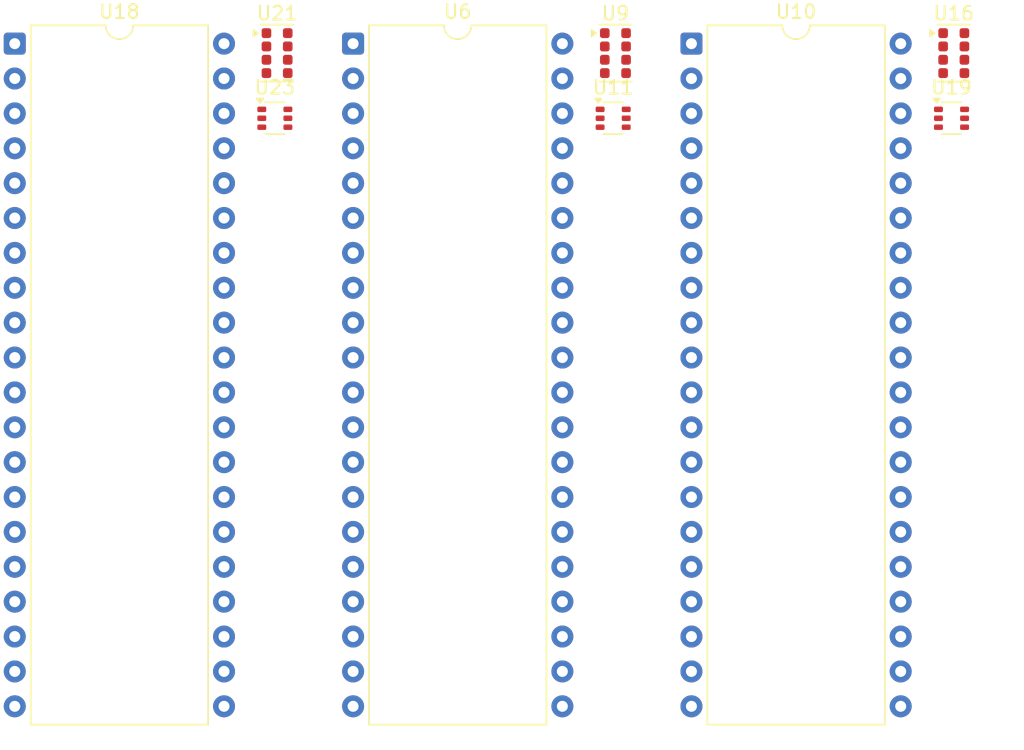
<source format=kicad_pcb>
(kicad_pcb (version 20241229) (generator "pcbnew") (generator_version "9.0")
  (layers (0 "F.Cu" signal) (2 "B.Cu" signal) (13 "F.Paste" user) (15 "B.Paste" user) (5 "F.SilkS" user "F.Silkscreen") (7 "B.SilkS" user "B.Silkscreen") (1 "F.Mask" user) (3 "B.Mask" user) (25 "Edge.Cuts" user))
  (net 0 "")
  (net 7 "Net-(U12-A2,A1,A0)")
  (net 8 "Net-(U3-VOUT3)")
  (net 15 "Net-(U11--IN)")
  (net 31 "Net-(U6-GND)")
  (net 36 "Net-(U3-VIN3)")
  (net 44 "Net-(Q2-S)")
  (net 48 "Net-(U11-Vs)")
  (net 53 "Net-(U10-D0)")
  (net 71 "Net-(U10-GND)")
  (net 73 "Net-(U10-A7)")
  (net 78 "Net-(U10-ϕ1)")
  (net 80 "Net-(U10-ϕ2)")
  (net 97 "Net-(BT1--)")
  (net 99 "Net-(U16-GND)")
  (net 112 "Net-(U18-D0)")
  (net 125 "Net-(U18-A7)")
  (net 127 "Net-(U15-VOUT3)")
  (net 132 "Net-(U18-GND)")
  (net 136 "Net-(U15-VIN3)")
  (net 149 "Net-(U21-GND)")
  (net 152 "Net-(BT2--)")
  (footprint "Package_DIP:DIP-40_W15.24mm" (layer "F.Cu") (at 171.76 56.24)
    (property "Reference" "U10" (at 7.62 -2.33 0) (layer "F.SilkS"))
    (property "Value" "8080")
    (fp_line (start 1.16 -1.33) (end 1.16 49.59) (stroke (width 0.12)) (layer "F.SilkS"))
    (fp_line (start 1.16 49.59) (end 14.08 49.59) (stroke (width 0.12)) (layer "F.SilkS"))
    (fp_line (start 6.62 -1.33) (end 1.16 -1.33) (stroke (width 0.12)) (layer "F.SilkS"))
    (fp_line (start 14.08 -1.33) (end 8.62 -1.33) (stroke (width 0.12)) (layer "F.SilkS"))
    (fp_line (start 14.08 49.59) (end 14.08 -1.33) (stroke (width 0.12)) (layer "F.SilkS"))
    (fp_arc (start 8.62 -1.33) (mid 7.62 -0.33) (end 6.62 -1.33) (stroke (width 0.12)) (layer "F.SilkS"))
    (pad "1" thru_hole roundrect (at 0 0) (size 1.6 1.6) (drill 0.8) (layers "*.Cu" "*.Mask") (roundrect_rratio 0.15625))
    (pad "2" thru_hole circle (at 0 2.54) (size 1.6 1.6) (drill 0.8) (layers "*.Cu" "*.Mask") (net 71 "Net-(U10-GND)"))
    (pad "3" thru_hole circle (at 0 5.08) (size 1.6 1.6) (drill 0.8) (layers "*.Cu" "*.Mask"))
    (pad "4" thru_hole circle (at 0 7.62) (size 1.6 1.6) (drill 0.8) (layers "*.Cu" "*.Mask"))
    (pad "5" thru_hole circle (at 0 10.16) (size 1.6 1.6) (drill 0.8) (layers "*.Cu" "*.Mask"))
    (pad "6" thru_hole circle (at 0 12.7) (size 1.6 1.6) (drill 0.8) (layers "*.Cu" "*.Mask"))
    (pad "7" thru_hole circle (at 0 15.24) (size 1.6 1.6) (drill 0.8) (layers "*.Cu" "*.Mask"))
    (pad "8" thru_hole circle (at 0 17.78) (size 1.6 1.6) (drill 0.8) (layers "*.Cu" "*.Mask"))
    (pad "9" thru_hole circle (at 0 20.32) (size 1.6 1.6) (drill 0.8) (layers "*.Cu" "*.Mask"))
    (pad "10" thru_hole circle (at 0 22.86) (size 1.6 1.6) (drill 0.8) (layers "*.Cu" "*.Mask") (net 53 "Net-(U10-D0)"))
    (pad "11" thru_hole circle (at 0 25.4) (size 1.6 1.6) (drill 0.8) (layers "*.Cu" "*.Mask"))
    (pad "12" thru_hole circle (at 0 27.94) (size 1.6 1.6) (drill 0.8) (layers "*.Cu" "*.Mask"))
    (pad "13" thru_hole circle (at 0 30.48) (size 1.6 1.6) (drill 0.8) (layers "*.Cu" "*.Mask"))
    (pad "14" thru_hole circle (at 0 33.02) (size 1.6 1.6) (drill 0.8) (layers "*.Cu" "*.Mask"))
    (pad "15" thru_hole circle (at 0 35.56) (size 1.6 1.6) (drill 0.8) (layers "*.Cu" "*.Mask") (net 80 "Net-(U10-ϕ2)"))
    (pad "16" thru_hole circle (at 0 38.1) (size 1.6 1.6) (drill 0.8) (layers "*.Cu" "*.Mask"))
    (pad "17" thru_hole circle (at 0 40.64) (size 1.6 1.6) (drill 0.8) (layers "*.Cu" "*.Mask"))
    (pad "18" thru_hole circle (at 0 43.18) (size 1.6 1.6) (drill 0.8) (layers "*.Cu" "*.Mask"))
    (pad "19" thru_hole circle (at 0 45.72) (size 1.6 1.6) (drill 0.8) (layers "*.Cu" "*.Mask"))
    (pad "20" thru_hole circle (at 0 48.26) (size 1.6 1.6) (drill 0.8) (layers "*.Cu" "*.Mask"))
    (pad "21" thru_hole circle (at 15.24 48.26) (size 1.6 1.6) (drill 0.8) (layers "*.Cu" "*.Mask"))
    (pad "22" thru_hole circle (at 15.24 45.72) (size 1.6 1.6) (drill 0.8) (layers "*.Cu" "*.Mask") (net 78 "Net-(U10-ϕ1)"))
    (pad "23" thru_hole circle (at 15.24 43.18) (size 1.6 1.6) (drill 0.8) (layers "*.Cu" "*.Mask"))
    (pad "24" thru_hole circle (at 15.24 40.64) (size 1.6 1.6) (drill 0.8) (layers "*.Cu" "*.Mask"))
    (pad "25" thru_hole circle (at 15.24 38.1) (size 1.6 1.6) (drill 0.8) (layers "*.Cu" "*.Mask"))
    (pad "26" thru_hole circle (at 15.24 35.56) (size 1.6 1.6) (drill 0.8) (layers "*.Cu" "*.Mask"))
    (pad "27" thru_hole circle (at 15.24 33.02) (size 1.6 1.6) (drill 0.8) (layers "*.Cu" "*.Mask"))
    (pad "28" thru_hole circle (at 15.24 30.48) (size 1.6 1.6) (drill 0.8) (layers "*.Cu" "*.Mask"))
    (pad "29" thru_hole circle (at 15.24 27.94) (size 1.6 1.6) (drill 0.8) (layers "*.Cu" "*.Mask"))
    (pad "30" thru_hole circle (at 15.24 25.4) (size 1.6 1.6) (drill 0.8) (layers "*.Cu" "*.Mask"))
    (pad "31" thru_hole circle (at 15.24 22.86) (size 1.6 1.6) (drill 0.8) (layers "*.Cu" "*.Mask"))
    (pad "32" thru_hole circle (at 15.24 20.32) (size 1.6 1.6) (drill 0.8) (layers "*.Cu" "*.Mask"))
    (pad "33" thru_hole circle (at 15.24 17.78) (size 1.6 1.6) (drill 0.8) (layers "*.Cu" "*.Mask") (net 73 "Net-(U10-A7)"))
    (pad "34" thru_hole circle (at 15.24 15.24) (size 1.6 1.6) (drill 0.8) (layers "*.Cu" "*.Mask"))
    (pad "35" thru_hole circle (at 15.24 12.7) (size 1.6 1.6) (drill 0.8) (layers "*.Cu" "*.Mask"))
    (pad "36" thru_hole circle (at 15.24 10.16) (size 1.6 1.6) (drill 0.8) (layers "*.Cu" "*.Mask"))
    (pad "37" thru_hole circle (at 15.24 7.62) (size 1.6 1.6) (drill 0.8) (layers "*.Cu" "*.Mask"))
    (pad "38" thru_hole circle (at 15.24 5.08) (size 1.6 1.6) (drill 0.8) (layers "*.Cu" "*.Mask"))
    (pad "39" thru_hole circle (at 15.24 2.54) (size 1.6 1.6) (drill 0.8) (layers "*.Cu" "*.Mask"))
    (pad "40" thru_hole circle (at 15.24 0) (size 1.6 1.6) (drill 0.8) (layers "*.Cu" "*.Mask"))
  )
  (footprint "Package_DIP:DIP-40_W15.24mm" (layer "F.Cu") (at 122.48 56.24)
    (property "Reference" "U18" (at 7.62 -2.33 0) (layer "F.SilkS"))
    (property "Value" "8080")
    (fp_line (start 1.16 -1.33) (end 1.16 49.59) (stroke (width 0.12)) (layer "F.SilkS"))
    (fp_line (start 1.16 49.59) (end 14.08 49.59) (stroke (width 0.12)) (layer "F.SilkS"))
    (fp_line (start 6.62 -1.33) (end 1.16 -1.33) (stroke (width 0.12)) (layer "F.SilkS"))
    (fp_line (start 14.08 -1.33) (end 8.62 -1.33) (stroke (width 0.12)) (layer "F.SilkS"))
    (fp_line (start 14.08 49.59) (end 14.08 -1.33) (stroke (width 0.12)) (layer "F.SilkS"))
    (fp_arc (start 8.62 -1.33) (mid 7.62 -0.33) (end 6.62 -1.33) (stroke (width 0.12)) (layer "F.SilkS"))
    (pad "1" thru_hole roundrect (at 0 0) (size 1.6 1.6) (drill 0.8) (layers "*.Cu" "*.Mask") (roundrect_rratio 0.15625))
    (pad "2" thru_hole circle (at 0 2.54) (size 1.6 1.6) (drill 0.8) (layers "*.Cu" "*.Mask") (net 132 "Net-(U18-GND)"))
    (pad "3" thru_hole circle (at 0 5.08) (size 1.6 1.6) (drill 0.8) (layers "*.Cu" "*.Mask"))
    (pad "4" thru_hole circle (at 0 7.62) (size 1.6 1.6) (drill 0.8) (layers "*.Cu" "*.Mask"))
    (pad "5" thru_hole circle (at 0 10.16) (size 1.6 1.6) (drill 0.8) (layers "*.Cu" "*.Mask"))
    (pad "6" thru_hole circle (at 0 12.7) (size 1.6 1.6) (drill 0.8) (layers "*.Cu" "*.Mask"))
    (pad "7" thru_hole circle (at 0 15.24) (size 1.6 1.6) (drill 0.8) (layers "*.Cu" "*.Mask"))
    (pad "8" thru_hole circle (at 0 17.78) (size 1.6 1.6) (drill 0.8) (layers "*.Cu" "*.Mask"))
    (pad "9" thru_hole circle (at 0 20.32) (size 1.6 1.6) (drill 0.8) (layers "*.Cu" "*.Mask"))
    (pad "10" thru_hole circle (at 0 22.86) (size 1.6 1.6) (drill 0.8) (layers "*.Cu" "*.Mask") (net 112 "Net-(U18-D0)"))
    (pad "11" thru_hole circle (at 0 25.4) (size 1.6 1.6) (drill 0.8) (layers "*.Cu" "*.Mask"))
    (pad "12" thru_hole circle (at 0 27.94) (size 1.6 1.6) (drill 0.8) (layers "*.Cu" "*.Mask"))
    (pad "13" thru_hole circle (at 0 30.48) (size 1.6 1.6) (drill 0.8) (layers "*.Cu" "*.Mask"))
    (pad "14" thru_hole circle (at 0 33.02) (size 1.6 1.6) (drill 0.8) (layers "*.Cu" "*.Mask"))
    (pad "15" thru_hole circle (at 0 35.56) (size 1.6 1.6) (drill 0.8) (layers "*.Cu" "*.Mask") (net 136 "Net-(U15-VIN3)"))
    (pad "16" thru_hole circle (at 0 38.1) (size 1.6 1.6) (drill 0.8) (layers "*.Cu" "*.Mask"))
    (pad "17" thru_hole circle (at 0 40.64) (size 1.6 1.6) (drill 0.8) (layers "*.Cu" "*.Mask"))
    (pad "18" thru_hole circle (at 0 43.18) (size 1.6 1.6) (drill 0.8) (layers "*.Cu" "*.Mask"))
    (pad "19" thru_hole circle (at 0 45.72) (size 1.6 1.6) (drill 0.8) (layers "*.Cu" "*.Mask"))
    (pad "20" thru_hole circle (at 0 48.26) (size 1.6 1.6) (drill 0.8) (layers "*.Cu" "*.Mask"))
    (pad "21" thru_hole circle (at 15.24 48.26) (size 1.6 1.6) (drill 0.8) (layers "*.Cu" "*.Mask"))
    (pad "22" thru_hole circle (at 15.24 45.72) (size 1.6 1.6) (drill 0.8) (layers "*.Cu" "*.Mask") (net 127 "Net-(U15-VOUT3)"))
    (pad "23" thru_hole circle (at 15.24 43.18) (size 1.6 1.6) (drill 0.8) (layers "*.Cu" "*.Mask"))
    (pad "24" thru_hole circle (at 15.24 40.64) (size 1.6 1.6) (drill 0.8) (layers "*.Cu" "*.Mask"))
    (pad "25" thru_hole circle (at 15.24 38.1) (size 1.6 1.6) (drill 0.8) (layers "*.Cu" "*.Mask"))
    (pad "26" thru_hole circle (at 15.24 35.56) (size 1.6 1.6) (drill 0.8) (layers "*.Cu" "*.Mask"))
    (pad "27" thru_hole circle (at 15.24 33.02) (size 1.6 1.6) (drill 0.8) (layers "*.Cu" "*.Mask"))
    (pad "28" thru_hole circle (at 15.24 30.48) (size 1.6 1.6) (drill 0.8) (layers "*.Cu" "*.Mask"))
    (pad "29" thru_hole circle (at 15.24 27.94) (size 1.6 1.6) (drill 0.8) (layers "*.Cu" "*.Mask"))
    (pad "30" thru_hole circle (at 15.24 25.4) (size 1.6 1.6) (drill 0.8) (layers "*.Cu" "*.Mask"))
    (pad "31" thru_hole circle (at 15.24 22.86) (size 1.6 1.6) (drill 0.8) (layers "*.Cu" "*.Mask"))
    (pad "32" thru_hole circle (at 15.24 20.32) (size 1.6 1.6) (drill 0.8) (layers "*.Cu" "*.Mask"))
    (pad "33" thru_hole circle (at 15.24 17.78) (size 1.6 1.6) (drill 0.8) (layers "*.Cu" "*.Mask") (net 125 "Net-(U18-A7)"))
    (pad "34" thru_hole circle (at 15.24 15.24) (size 1.6 1.6) (drill 0.8) (layers "*.Cu" "*.Mask"))
    (pad "35" thru_hole circle (at 15.24 12.7) (size 1.6 1.6) (drill 0.8) (layers "*.Cu" "*.Mask"))
    (pad "36" thru_hole circle (at 15.24 10.16) (size 1.6 1.6) (drill 0.8) (layers "*.Cu" "*.Mask"))
    (pad "37" thru_hole circle (at 15.24 7.62) (size 1.6 1.6) (drill 0.8) (layers "*.Cu" "*.Mask"))
    (pad "38" thru_hole circle (at 15.24 5.08) (size 1.6 1.6) (drill 0.8) (layers "*.Cu" "*.Mask"))
    (pad "39" thru_hole circle (at 15.24 2.54) (size 1.6 1.6) (drill 0.8) (layers "*.Cu" "*.Mask"))
    (pad "40" thru_hole circle (at 15.24 0) (size 1.6 1.6) (drill 0.8) (layers "*.Cu" "*.Mask"))
  )
  (footprint "Sensor:Rohm_RPR-0521RS" (layer "F.Cu") (at 166.225 56.93)
    (property "Reference" "U9" (at 0 -2.9 0) (layer "F.SilkS"))
    (property "Value" "RPR-0521RS")
    (fp_line (start -1.18 -2.075) (end 1.18 -2.075) (stroke (width 0.12)) (layer "F.SilkS"))
    (fp_line (start -1.18 2.075) (end 1.18 2.075) (stroke (width 0.12)) (layer "F.SilkS"))
    (fp_poly (pts (xy -1.4 -1.45) (xy -1.73 -1.21) (xy -1.73 -1.69) (xy -1.4 -1.45)) (stroke (width 0.12)) (fill yes) (layer "F.SilkS"))
    (pad "1" smd roundrect (at -0.775 -1.455 270) (size 0.72 0.7) (layers "F.Cu" "F.Mask" "F.Paste") (net 44 "Net-(Q2-S)"))
    (pad "2" smd roundrect (at -0.775 -0.485 270) (size 0.72 0.7) (layers "F.Cu" "F.Mask" "F.Paste"))
    (pad "3" smd roundrect (at -0.775 0.485 270) (size 0.72 0.7) (layers "F.Cu" "F.Mask" "F.Paste") (net 48 "Net-(U11-Vs)"))
    (pad "4" smd roundrect (at -0.775 1.455 270) (size 0.72 0.7) (layers "F.Cu" "F.Mask" "F.Paste"))
    (pad "5" smd roundrect (at 0.775 1.455 270) (size 0.72 0.7) (layers "F.Cu" "F.Mask" "F.Paste"))
    (pad "6" smd roundrect (at 0.775 0.485 270) (size 0.72 0.7) (layers "F.Cu" "F.Mask" "F.Paste"))
    (pad "7" smd roundrect (at 0.775 -0.485 270) (size 0.72 0.7) (layers "F.Cu" "F.Mask" "F.Paste"))
    (pad "8" smd roundrect (at 0.775 -1.455 270) (size 0.72 0.7) (layers "F.Cu" "F.Mask" "F.Paste"))
  )
  (footprint "Package_TO_SOT_SMD:SOT-363_SC-70-6" (layer "F.Cu") (at 190.7 61.675)
    (property "Reference" "U19" (at 0 -2.25 0) (layer "F.SilkS"))
    (property "Value" "NCS210")
    (fp_line (start -0.71 -1.16) (end 0.7 -1.16) (stroke (width 0.12)) (layer "F.SilkS"))
    (fp_line (start -0.7 1.16) (end 0.7 1.16) (stroke (width 0.12)) (layer "F.SilkS"))
    (fp_poly (pts (xy -1.08 -1.11) (xy -1.32 -1.44) (xy -0.84 -1.44) (xy -1.08 -1.11)) (stroke (width 0.12)) (fill yes) (layer "F.SilkS"))
    (pad "1" smd roundrect (at -0.95 -0.65) (size 0.65 0.4) (layers "F.Cu" "F.Mask" "F.Paste"))
    (pad "2" smd roundrect (at -0.95 0) (size 0.65 0.4) (layers "F.Cu" "F.Mask" "F.Paste"))
    (pad "3" smd roundrect (at -0.95 0.65) (size 0.65 0.4) (layers "F.Cu" "F.Mask" "F.Paste") (net 99 "Net-(U16-GND)"))
    (pad "4" smd roundrect (at 0.95 0.65) (size 0.65 0.4) (layers "F.Cu" "F.Mask" "F.Paste"))
    (pad "5" smd roundrect (at 0.95 0) (size 0.65 0.4) (layers "F.Cu" "F.Mask" "F.Paste") (net 73 "Net-(U10-A7)"))
    (pad "6" smd roundrect (at 0.95 -0.65) (size 0.65 0.4) (layers "F.Cu" "F.Mask" "F.Paste"))
  )
  (footprint "Package_DIP:DIP-40_W15.24mm" (layer "F.Cu") (at 147.12 56.24)
    (property "Reference" "U6" (at 7.62 -2.33 0) (layer "F.SilkS"))
    (property "Value" "8080")
    (fp_line (start 1.16 -1.33) (end 1.16 49.59) (stroke (width 0.12)) (layer "F.SilkS"))
    (fp_line (start 1.16 49.59) (end 14.08 49.59) (stroke (width 0.12)) (layer "F.SilkS"))
    (fp_line (start 6.62 -1.33) (end 1.16 -1.33) (stroke (width 0.12)) (layer "F.SilkS"))
    (fp_line (start 14.08 -1.33) (end 8.62 -1.33) (stroke (width 0.12)) (layer "F.SilkS"))
    (fp_line (start 14.08 49.59) (end 14.08 -1.33) (stroke (width 0.12)) (layer "F.SilkS"))
    (fp_arc (start 8.62 -1.33) (mid 7.62 -0.33) (end 6.62 -1.33) (stroke (width 0.12)) (layer "F.SilkS"))
    (pad "1" thru_hole roundrect (at 0 0) (size 1.6 1.6) (drill 0.8) (layers "*.Cu" "*.Mask") (roundrect_rratio 0.15625))
    (pad "2" thru_hole circle (at 0 2.54) (size 1.6 1.6) (drill 0.8) (layers "*.Cu" "*.Mask") (net 31 "Net-(U6-GND)"))
    (pad "3" thru_hole circle (at 0 5.08) (size 1.6 1.6) (drill 0.8) (layers "*.Cu" "*.Mask"))
    (pad "4" thru_hole circle (at 0 7.62) (size 1.6 1.6) (drill 0.8) (layers "*.Cu" "*.Mask"))
    (pad "5" thru_hole circle (at 0 10.16) (size 1.6 1.6) (drill 0.8) (layers "*.Cu" "*.Mask"))
    (pad "6" thru_hole circle (at 0 12.7) (size 1.6 1.6) (drill 0.8) (layers "*.Cu" "*.Mask"))
    (pad "7" thru_hole circle (at 0 15.24) (size 1.6 1.6) (drill 0.8) (layers "*.Cu" "*.Mask"))
    (pad "8" thru_hole circle (at 0 17.78) (size 1.6 1.6) (drill 0.8) (layers "*.Cu" "*.Mask"))
    (pad "9" thru_hole circle (at 0 20.32) (size 1.6 1.6) (drill 0.8) (layers "*.Cu" "*.Mask"))
    (pad "10" thru_hole circle (at 0 22.86) (size 1.6 1.6) (drill 0.8) (layers "*.Cu" "*.Mask") (net 7 "Net-(U12-A2,A1,A0)"))
    (pad "11" thru_hole circle (at 0 25.4) (size 1.6 1.6) (drill 0.8) (layers "*.Cu" "*.Mask"))
    (pad "12" thru_hole circle (at 0 27.94) (size 1.6 1.6) (drill 0.8) (layers "*.Cu" "*.Mask"))
    (pad "13" thru_hole circle (at 0 30.48) (size 1.6 1.6) (drill 0.8) (layers "*.Cu" "*.Mask"))
    (pad "14" thru_hole circle (at 0 33.02) (size 1.6 1.6) (drill 0.8) (layers "*.Cu" "*.Mask"))
    (pad "15" thru_hole circle (at 0 35.56) (size 1.6 1.6) (drill 0.8) (layers "*.Cu" "*.Mask") (net 36 "Net-(U3-VIN3)"))
    (pad "16" thru_hole circle (at 0 38.1) (size 1.6 1.6) (drill 0.8) (layers "*.Cu" "*.Mask"))
    (pad "17" thru_hole circle (at 0 40.64) (size 1.6 1.6) (drill 0.8) (layers "*.Cu" "*.Mask"))
    (pad "18" thru_hole circle (at 0 43.18) (size 1.6 1.6) (drill 0.8) (layers "*.Cu" "*.Mask"))
    (pad "19" thru_hole circle (at 0 45.72) (size 1.6 1.6) (drill 0.8) (layers "*.Cu" "*.Mask"))
    (pad "20" thru_hole circle (at 0 48.26) (size 1.6 1.6) (drill 0.8) (layers "*.Cu" "*.Mask"))
    (pad "21" thru_hole circle (at 15.24 48.26) (size 1.6 1.6) (drill 0.8) (layers "*.Cu" "*.Mask"))
    (pad "22" thru_hole circle (at 15.24 45.72) (size 1.6 1.6) (drill 0.8) (layers "*.Cu" "*.Mask") (net 8 "Net-(U3-VOUT3)"))
    (pad "23" thru_hole circle (at 15.24 43.18) (size 1.6 1.6) (drill 0.8) (layers "*.Cu" "*.Mask"))
    (pad "24" thru_hole circle (at 15.24 40.64) (size 1.6 1.6) (drill 0.8) (layers "*.Cu" "*.Mask"))
    (pad "25" thru_hole circle (at 15.24 38.1) (size 1.6 1.6) (drill 0.8) (layers "*.Cu" "*.Mask"))
    (pad "26" thru_hole circle (at 15.24 35.56) (size 1.6 1.6) (drill 0.8) (layers "*.Cu" "*.Mask"))
    (pad "27" thru_hole circle (at 15.24 33.02) (size 1.6 1.6) (drill 0.8) (layers "*.Cu" "*.Mask"))
    (pad "28" thru_hole circle (at 15.24 30.48) (size 1.6 1.6) (drill 0.8) (layers "*.Cu" "*.Mask"))
    (pad "29" thru_hole circle (at 15.24 27.94) (size 1.6 1.6) (drill 0.8) (layers "*.Cu" "*.Mask"))
    (pad "30" thru_hole circle (at 15.24 25.4) (size 1.6 1.6) (drill 0.8) (layers "*.Cu" "*.Mask"))
    (pad "31" thru_hole circle (at 15.24 22.86) (size 1.6 1.6) (drill 0.8) (layers "*.Cu" "*.Mask"))
    (pad "32" thru_hole circle (at 15.24 20.32) (size 1.6 1.6) (drill 0.8) (layers "*.Cu" "*.Mask"))
    (pad "33" thru_hole circle (at 15.24 17.78) (size 1.6 1.6) (drill 0.8) (layers "*.Cu" "*.Mask") (net 15 "Net-(U11--IN)"))
    (pad "34" thru_hole circle (at 15.24 15.24) (size 1.6 1.6) (drill 0.8) (layers "*.Cu" "*.Mask"))
    (pad "35" thru_hole circle (at 15.24 12.7) (size 1.6 1.6) (drill 0.8) (layers "*.Cu" "*.Mask"))
    (pad "36" thru_hole circle (at 15.24 10.16) (size 1.6 1.6) (drill 0.8) (layers "*.Cu" "*.Mask"))
    (pad "37" thru_hole circle (at 15.24 7.62) (size 1.6 1.6) (drill 0.8) (layers "*.Cu" "*.Mask"))
    (pad "38" thru_hole circle (at 15.24 5.08) (size 1.6 1.6) (drill 0.8) (layers "*.Cu" "*.Mask"))
    (pad "39" thru_hole circle (at 15.24 2.54) (size 1.6 1.6) (drill 0.8) (layers "*.Cu" "*.Mask"))
    (pad "40" thru_hole circle (at 15.24 0) (size 1.6 1.6) (drill 0.8) (layers "*.Cu" "*.Mask"))
  )
  (footprint "Sensor:Rohm_RPR-0521RS" (layer "F.Cu") (at 141.585 56.93)
    (property "Reference" "U21" (at 0 -2.9 0) (layer "F.SilkS"))
    (property "Value" "RPR-0521RS")
    (fp_line (start -1.18 -2.075) (end 1.18 -2.075) (stroke (width 0.12)) (layer "F.SilkS"))
    (fp_line (start -1.18 2.075) (end 1.18 2.075) (stroke (width 0.12)) (layer "F.SilkS"))
    (fp_poly (pts (xy -1.4 -1.45) (xy -1.73 -1.21) (xy -1.73 -1.69) (xy -1.4 -1.45)) (stroke (width 0.12)) (fill yes) (layer "F.SilkS"))
    (pad "1" smd roundrect (at -0.775 -1.455 270) (size 0.72 0.7) (layers "F.Cu" "F.Mask" "F.Paste") (net 152 "Net-(BT2--)"))
    (pad "2" smd roundrect (at -0.775 -0.485 270) (size 0.72 0.7) (layers "F.Cu" "F.Mask" "F.Paste"))
    (pad "3" smd roundrect (at -0.775 0.485 270) (size 0.72 0.7) (layers "F.Cu" "F.Mask" "F.Paste") (net 149 "Net-(U21-GND)"))
    (pad "4" smd roundrect (at -0.775 1.455 270) (size 0.72 0.7) (layers "F.Cu" "F.Mask" "F.Paste"))
    (pad "5" smd roundrect (at 0.775 1.455 270) (size 0.72 0.7) (layers "F.Cu" "F.Mask" "F.Paste"))
    (pad "6" smd roundrect (at 0.775 0.485 270) (size 0.72 0.7) (layers "F.Cu" "F.Mask" "F.Paste"))
    (pad "7" smd roundrect (at 0.775 -0.485 270) (size 0.72 0.7) (layers "F.Cu" "F.Mask" "F.Paste"))
    (pad "8" smd roundrect (at 0.775 -1.455 270) (size 0.72 0.7) (layers "F.Cu" "F.Mask" "F.Paste"))
  )
  (footprint "Sensor:Rohm_RPR-0521RS" (layer "F.Cu") (at 190.865 56.93)
    (property "Reference" "U16" (at 0 -2.9 0) (layer "F.SilkS"))
    (property "Value" "RPR-0521RS")
    (fp_line (start -1.18 -2.075) (end 1.18 -2.075) (stroke (width 0.12)) (layer "F.SilkS"))
    (fp_line (start -1.18 2.075) (end 1.18 2.075) (stroke (width 0.12)) (layer "F.SilkS"))
    (fp_poly (pts (xy -1.4 -1.45) (xy -1.73 -1.21) (xy -1.73 -1.69) (xy -1.4 -1.45)) (stroke (width 0.12)) (fill yes) (layer "F.SilkS"))
    (pad "1" smd roundrect (at -0.775 -1.455 270) (size 0.72 0.7) (layers "F.Cu" "F.Mask" "F.Paste") (net 97 "Net-(BT1--)"))
    (pad "2" smd roundrect (at -0.775 -0.485 270) (size 0.72 0.7) (layers "F.Cu" "F.Mask" "F.Paste"))
    (pad "3" smd roundrect (at -0.775 0.485 270) (size 0.72 0.7) (layers "F.Cu" "F.Mask" "F.Paste") (net 99 "Net-(U16-GND)"))
    (pad "4" smd roundrect (at -0.775 1.455 270) (size 0.72 0.7) (layers "F.Cu" "F.Mask" "F.Paste"))
    (pad "5" smd roundrect (at 0.775 1.455 270) (size 0.72 0.7) (layers "F.Cu" "F.Mask" "F.Paste"))
    (pad "6" smd roundrect (at 0.775 0.485 270) (size 0.72 0.7) (layers "F.Cu" "F.Mask" "F.Paste"))
    (pad "7" smd roundrect (at 0.775 -0.485 270) (size 0.72 0.7) (layers "F.Cu" "F.Mask" "F.Paste"))
    (pad "8" smd roundrect (at 0.775 -1.455 270) (size 0.72 0.7) (layers "F.Cu" "F.Mask" "F.Paste"))
  )
  (footprint "Package_TO_SOT_SMD:SOT-363_SC-70-6" (layer "F.Cu") (at 166.06 61.675)
    (property "Reference" "U11" (at 0 -2.25 0) (layer "F.SilkS"))
    (property "Value" "NCS210")
    (fp_line (start -0.71 -1.16) (end 0.7 -1.16) (stroke (width 0.12)) (layer "F.SilkS"))
    (fp_line (start -0.7 1.16) (end 0.7 1.16) (stroke (width 0.12)) (layer "F.SilkS"))
    (fp_poly (pts (xy -1.08 -1.11) (xy -1.32 -1.44) (xy -0.84 -1.44) (xy -1.08 -1.11)) (stroke (width 0.12)) (fill yes) (layer "F.SilkS"))
    (pad "1" smd roundrect (at -0.95 -0.65) (size 0.65 0.4) (layers "F.Cu" "F.Mask" "F.Paste"))
    (pad "2" smd roundrect (at -0.95 0) (size 0.65 0.4) (layers "F.Cu" "F.Mask" "F.Paste"))
    (pad "3" smd roundrect (at -0.95 0.65) (size 0.65 0.4) (layers "F.Cu" "F.Mask" "F.Paste") (net 48 "Net-(U11-Vs)"))
    (pad "4" smd roundrect (at 0.95 0.65) (size 0.65 0.4) (layers "F.Cu" "F.Mask" "F.Paste"))
    (pad "5" smd roundrect (at 0.95 0) (size 0.65 0.4) (layers "F.Cu" "F.Mask" "F.Paste") (net 15 "Net-(U11--IN)"))
    (pad "6" smd roundrect (at 0.95 -0.65) (size 0.65 0.4) (layers "F.Cu" "F.Mask" "F.Paste"))
  )
  (footprint "Package_TO_SOT_SMD:SOT-363_SC-70-6" (layer "F.Cu") (at 141.42 61.675)
    (property "Reference" "U23" (at 0 -2.25 0) (layer "F.SilkS"))
    (property "Value" "NCS210")
    (fp_line (start -0.71 -1.16) (end 0.7 -1.16) (stroke (width 0.12)) (layer "F.SilkS"))
    (fp_line (start -0.7 1.16) (end 0.7 1.16) (stroke (width 0.12)) (layer "F.SilkS"))
    (fp_poly (pts (xy -1.08 -1.11) (xy -1.32 -1.44) (xy -0.84 -1.44) (xy -1.08 -1.11)) (stroke (width 0.12)) (fill yes) (layer "F.SilkS"))
    (pad "1" smd roundrect (at -0.95 -0.65) (size 0.65 0.4) (layers "F.Cu" "F.Mask" "F.Paste"))
    (pad "2" smd roundrect (at -0.95 0) (size 0.65 0.4) (layers "F.Cu" "F.Mask" "F.Paste"))
    (pad "3" smd roundrect (at -0.95 0.65) (size 0.65 0.4) (layers "F.Cu" "F.Mask" "F.Paste") (net 149 "Net-(U21-GND)"))
    (pad "4" smd roundrect (at 0.95 0.65) (size 0.65 0.4) (layers "F.Cu" "F.Mask" "F.Paste"))
    (pad "5" smd roundrect (at 0.95 0) (size 0.65 0.4) (layers "F.Cu" "F.Mask" "F.Paste") (net 125 "Net-(U18-A7)"))
    (pad "6" smd roundrect (at 0.95 -0.65) (size 0.65 0.4) (layers "F.Cu" "F.Mask" "F.Paste"))
  )
)
</source>
